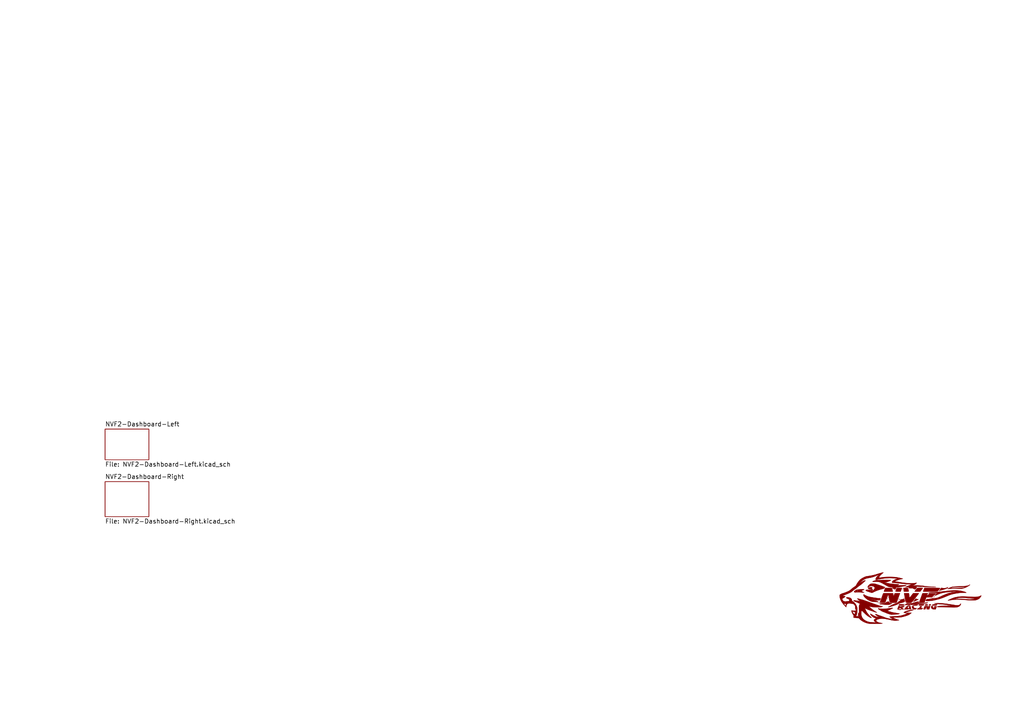
<source format=kicad_sch>
(kicad_sch (version 20231120) (generator "eeschema") (generator_version "8.0")
  (paper "A4")
  (title_block (title "NVF-2 Throttle Packaging Wiring") (date "2024-03-06") (rev "1") (company "Scott CJX"))
  (lib_symbols
    (symbol "NVF-Kicad:NVF-Logo" (pin_names (offset 1.016)))
  )
  (symbol (lib_id "NVF-Kicad:NVF-Logo") (at 264.16 177.8 0) (unit 1)
    (property "Reference" "#G101" (effects (hide yes)))
    (property "Value" "LOGO" (effects (hide yes)))
  )
  (sheet (at 30.48 124.46) (size 12.7 8.89) (stroke (width 0.1524))
    (property "Sheetname" "NVF2-Dashboard-Left" (at 30.48 123.7484 0) (effects (justify left bottom)))
    (property "Sheetfile" "NVF2-Dashboard-Left.kicad_sch" (at 30.48 133.9346 0) (effects (justify left top)))
  )
  (sheet (at 30.48 139.7) (size 12.7 10.16) (stroke (width 0.1524))
    (property "Sheetname" "NVF2-Dashboard-Right" (at 30.48 138.9884 0) (effects (justify left bottom)))
    (property "Sheetfile" "NVF2-Dashboard-Right.kicad_sch" (at 30.48 150.4446 0) (effects (justify left top)))
  )
)
</source>
